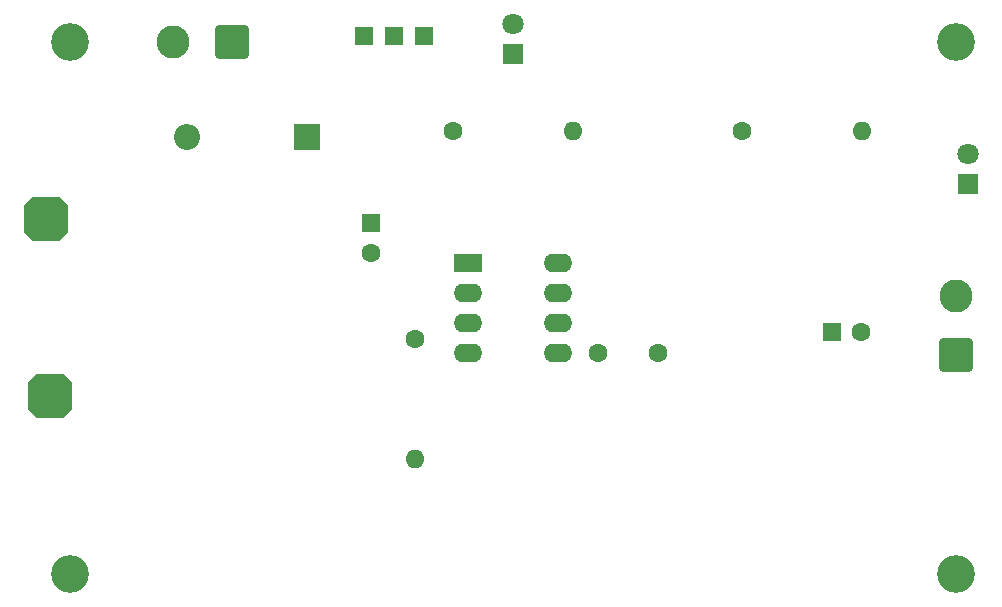
<source format=gbr>
%TF.GenerationSoftware,KiCad,Pcbnew,8.0.8*%
%TF.CreationDate,2025-04-25T12:53:52-04:00*%
%TF.ProjectId,udpudu,75647075-6475-42e6-9b69-6361645f7063,rev?*%
%TF.SameCoordinates,Original*%
%TF.FileFunction,Soldermask,Bot*%
%TF.FilePolarity,Negative*%
%FSLAX46Y46*%
G04 Gerber Fmt 4.6, Leading zero omitted, Abs format (unit mm)*
G04 Created by KiCad (PCBNEW 8.0.8) date 2025-04-25 12:53:52*
%MOMM*%
%LPD*%
G01*
G04 APERTURE LIST*
G04 Aperture macros list*
%AMRoundRect*
0 Rectangle with rounded corners*
0 $1 Rounding radius*
0 $2 $3 $4 $5 $6 $7 $8 $9 X,Y pos of 4 corners*
0 Add a 4 corners polygon primitive as box body*
4,1,4,$2,$3,$4,$5,$6,$7,$8,$9,$2,$3,0*
0 Add four circle primitives for the rounded corners*
1,1,$1+$1,$2,$3*
1,1,$1+$1,$4,$5*
1,1,$1+$1,$6,$7*
1,1,$1+$1,$8,$9*
0 Add four rect primitives between the rounded corners*
20,1,$1+$1,$2,$3,$4,$5,0*
20,1,$1+$1,$4,$5,$6,$7,0*
20,1,$1+$1,$6,$7,$8,$9,0*
20,1,$1+$1,$8,$9,$2,$3,0*%
%AMOutline5P*
0 Free polygon, 5 corners , with rotation*
0 The origin of the aperture is its center*
0 number of corners: always 5*
0 $1 to $10 corner X, Y*
0 $11 Rotation angle, in degrees counterclockwise*
0 create outline with 5 corners*
4,1,5,$1,$2,$3,$4,$5,$6,$7,$8,$9,$10,$1,$2,$11*%
%AMOutline6P*
0 Free polygon, 6 corners , with rotation*
0 The origin of the aperture is its center*
0 number of corners: always 6*
0 $1 to $12 corner X, Y*
0 $13 Rotation angle, in degrees counterclockwise*
0 create outline with 6 corners*
4,1,6,$1,$2,$3,$4,$5,$6,$7,$8,$9,$10,$11,$12,$1,$2,$13*%
%AMOutline7P*
0 Free polygon, 7 corners , with rotation*
0 The origin of the aperture is its center*
0 number of corners: always 7*
0 $1 to $14 corner X, Y*
0 $15 Rotation angle, in degrees counterclockwise*
0 create outline with 7 corners*
4,1,7,$1,$2,$3,$4,$5,$6,$7,$8,$9,$10,$11,$12,$13,$14,$1,$2,$15*%
%AMOutline8P*
0 Free polygon, 8 corners , with rotation*
0 The origin of the aperture is its center*
0 number of corners: always 8*
0 $1 to $16 corner X, Y*
0 $17 Rotation angle, in degrees counterclockwise*
0 create outline with 8 corners*
4,1,8,$1,$2,$3,$4,$5,$6,$7,$8,$9,$10,$11,$12,$13,$14,$15,$16,$1,$2,$17*%
G04 Aperture macros list end*
%ADD10C,3.200000*%
%ADD11R,1.800000X1.800000*%
%ADD12C,1.800000*%
%ADD13Outline8P,-1.900000X1.140000X-1.140000X1.900000X1.140000X1.900000X1.900000X1.140000X1.900000X-1.140000X1.140000X-1.900000X-1.140000X-1.900000X-1.900000X-1.140000X0.000000*%
%ADD14RoundRect,0.250001X1.149999X-1.149999X1.149999X1.149999X-1.149999X1.149999X-1.149999X-1.149999X0*%
%ADD15C,2.800000*%
%ADD16R,2.200000X2.200000*%
%ADD17O,2.200000X2.200000*%
%ADD18R,2.400000X1.600000*%
%ADD19O,2.400000X1.600000*%
%ADD20R,1.600000X1.600000*%
%ADD21C,1.600000*%
%ADD22R,1.500000X1.500000*%
%ADD23O,1.600000X1.600000*%
%ADD24RoundRect,0.250001X1.149999X1.149999X-1.149999X1.149999X-1.149999X-1.149999X1.149999X-1.149999X0*%
G04 APERTURE END LIST*
D10*
%TO.C,H4*%
X130000000Y-100000000D03*
%TD*%
%TO.C,H3*%
X55000000Y-100000000D03*
%TD*%
%TO.C,H2*%
X130000000Y-55000000D03*
%TD*%
%TO.C,H1*%
X55000000Y-55000000D03*
%TD*%
D11*
%TO.C,D2*%
X131000000Y-67040000D03*
D12*
X131000000Y-64500000D03*
%TD*%
D13*
%TO.C,J3*%
X53310000Y-85000000D03*
%TD*%
%TO.C,J1*%
X53000000Y-70000000D03*
%TD*%
D14*
%TO.C,LS1*%
X130000000Y-81500000D03*
D15*
X130000000Y-76500000D03*
%TD*%
D11*
%TO.C,D3*%
X92500000Y-56040000D03*
D12*
X92500000Y-53500000D03*
%TD*%
D16*
%TO.C,D1*%
X75080000Y-63000000D03*
D17*
X64920000Y-63000000D03*
%TD*%
D18*
%TO.C,U1*%
X88700000Y-73700000D03*
D19*
X88700000Y-76240000D03*
X88700000Y-78780000D03*
X88700000Y-81320000D03*
X96320000Y-81320000D03*
X96320000Y-78780000D03*
X96320000Y-76240000D03*
X96320000Y-73700000D03*
%TD*%
D20*
%TO.C,C4*%
X80450000Y-70350000D03*
D21*
X80450000Y-72850000D03*
%TD*%
D22*
%TO.C,SW1*%
X79920000Y-54500000D03*
X82460000Y-54500000D03*
X85000000Y-54500000D03*
%TD*%
D21*
%TO.C,R2*%
X84200000Y-80095000D03*
D23*
X84200000Y-90255000D03*
%TD*%
D24*
%TO.C,J2*%
X68750000Y-55000000D03*
D15*
X63750000Y-55000000D03*
%TD*%
D21*
%TO.C,R4*%
X87420000Y-62500000D03*
D23*
X97580000Y-62500000D03*
%TD*%
D21*
%TO.C,C3*%
X99750000Y-81300000D03*
X104750000Y-81300000D03*
%TD*%
D20*
%TO.C,C5*%
X119500000Y-79500000D03*
D21*
X122000000Y-79500000D03*
%TD*%
%TO.C,R3*%
X111920000Y-62500000D03*
D23*
X122080000Y-62500000D03*
%TD*%
M02*

</source>
